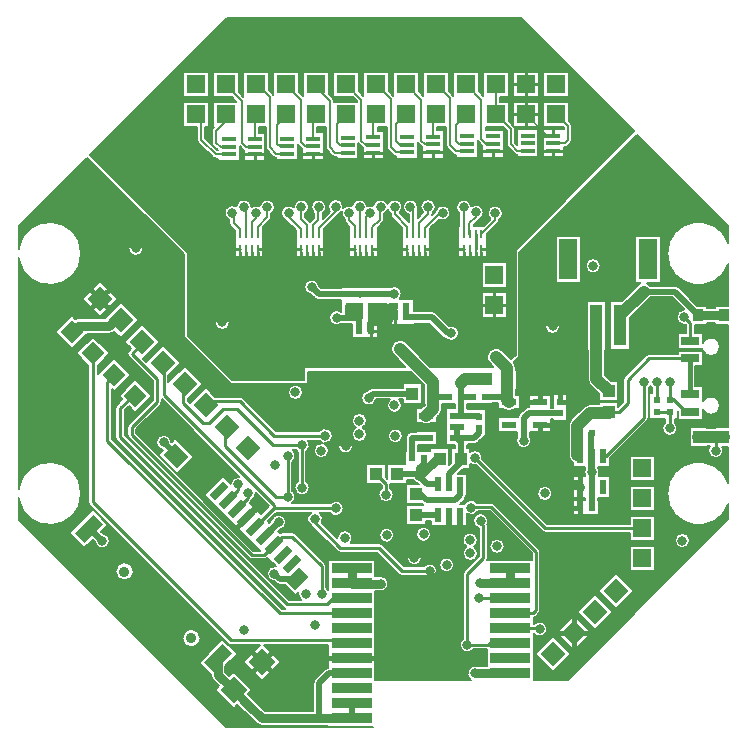
<source format=gbr>
%FSLAX25Y25*%
%MOIN*%
G04 EasyPC Gerber Version 18.0.8 Build 3632 *
%ADD18R,0.01000X0.02756*%
%ADD119R,0.02165X0.04724*%
%ADD120R,0.02362X0.04724*%
%ADD17R,0.02400X0.02400*%
%ADD131R,0.03200X0.03900*%
%ADD129R,0.03900X0.13800*%
%ADD88R,0.03937X0.04291*%
%ADD80R,0.03940X0.04330*%
%ADD128R,0.05900X0.13400*%
%ADD16R,0.04600X0.01800*%
%ADD12R,0.06000X0.06000*%
%ADD10C,0.00500*%
%ADD70C,0.00800*%
%ADD11C,0.01000*%
%AMT126*0 Rectangle Pad at angle 45*21,1,0.05500,0.06300,0,0,45*%
%ADD126T126*%
%AMT13*0 Rectangle Pad at angle 45*21,1,0.06000,0.06000,0,0,45*%
%ADD13T13*%
%ADD75C,0.01500*%
%ADD19C,0.02000*%
%ADD71C,0.03000*%
%ADD14C,0.03200*%
%ADD118R,0.04724X0.02362*%
%ADD15R,0.02400X0.02400*%
%ADD130R,0.05900X0.02800*%
%AMT122*0 Rectangle Pad at angle 45*21,1,0.06300,0.06300,0,0,45*%
%ADD122T122*%
%ADD87C,0.03600*%
%ADD89C,0.04000*%
%ADD123R,0.13200X0.03200*%
%ADD121R,0.04291X0.03937*%
%ADD81R,0.04330X0.03940*%
%AMT124*0 Rectangle Pad at angle 135*21,1,0.02700,0.06300,0,0,135*%
%ADD124T124*%
%AMT127*0 Rectangle Pad at angle 135*21,1,0.04700,0.06300,0,0,135*%
%ADD127T127*%
%AMT125*0 Rectangle Pad at angle 135*21,1,0.04700,0.08700,0,0,135*%
%ADD125T125*%
%AMT132*0 Rectangle Pad at angle 135*21,1,0.05500,0.05500,0,0,135*%
%ADD132T132*%
X0Y0D02*
D02*
D10*
X25718Y192982D02*
X2850Y170115D01*
Y162496*
G75*
G02X23750Y161050I10400J-1446*
G01*
G75*
G02X2850Y159604I-10500*
G01*
Y82496*
G75*
G02X23750Y81050I10400J-1446*
G01*
G75*
G02X2850Y79604I-10500*
G01*
Y72285*
X72085Y3050*
X120850*
Y3200*
X106100*
Y3600*
X100471*
G75*
G02X99229I-621J2450*
G01*
X83950*
G75*
G02X82218Y4318I0J2450*
G01*
X78387Y8149*
G75*
G02X77658Y8654I1101J2364*
G01*
X75804Y10481*
X74512Y9190*
X68290Y15412*
X69669Y16791*
X67616Y18844*
G75*
G02X66898Y20576I1732J1733*
G01*
Y20645*
X62843Y24700*
X70762Y32620*
X75854Y27529*
X71798Y23473*
Y21591*
X73133Y20256*
X74512Y21635*
X80735Y15412*
X79491Y14169*
X81317Y12370*
G75*
G02X81851Y11613I-1830J-1858*
G01*
X84965Y8500*
X99229*
G75*
G02X100471I621J-2450*
G01*
X101100*
Y17850*
G75*
G02X101671Y19229I1950J0*
G01*
X104871Y22429*
G75*
G02X106100Y22994I1379J-1379*
G01*
Y30443*
X84655*
X90210Y24888*
X83988Y18665*
X77765Y24888*
X83321Y30443*
X73650*
G75*
G02X72513Y30914J1607*
G01*
X26513Y76913*
G75*
G02X26042Y78050I1137J1137*
G01*
Y123702*
X22029Y127715*
X27685Y133371*
X33342Y127715*
X29257Y123629*
Y120800*
X34757Y126300*
X40413Y120643*
X34757Y114987*
X33957Y115786*
Y99316*
X90616Y42658*
X91646*
G75*
G02X91313Y42913I805J1392*
G01*
X35613Y98613*
G75*
G02X35143Y99750I1137J1137*
G01*
Y109550*
G75*
G02X35613Y110687I1607*
G01*
X37335Y112408*
X36171Y113572*
X41828Y119229*
X47484Y113572*
X41828Y107916*
X39608Y110135*
X38357Y108884*
Y100416*
X93116Y45657*
X97059*
G75*
G02X96100Y47650I1591J1993*
G01*
G75*
G02X96103Y47778I2548J2*
G01*
X95228Y46904*
X91522Y50610*
X89940*
G75*
G02X88561Y51181I0J1950*
G01*
X87933Y51809*
G75*
G02X85600Y54350I217J2541*
G01*
G75*
G02X88510Y56874I2550*
G01*
X85789Y59596*
X85717Y59525*
G75*
G02X84692Y59100I-1025J1025*
G01*
X80550*
G75*
G02X79525Y59525J1450*
G01*
X39525Y99525*
G75*
G02X39100Y100550I1025J1025*
G01*
Y103050*
G75*
G02X39525Y104075I1450*
G01*
X47700Y112251*
Y118449*
X39525Y126625*
G75*
G02Y128675I1025J1025*
G01*
X40270Y129420*
X38033Y131657*
X44043Y137667*
X50054Y131657*
X44324Y125927*
X45385Y124866*
X51115Y130596*
X57125Y124585*
X52800Y120261*
Y118139*
X58185Y123525*
X64196Y117515*
X59200Y112519*
Y111851*
X59927Y111124*
X65257Y116454*
X68353Y113357*
X76550*
G75*
G02X77692Y112881J-1607*
G01*
X88620Y101857*
X103070*
G75*
G02X107600Y100250I1980J-1607*
G01*
G75*
G02X104669Y97729I-2550*
G01*
G75*
G02X106300Y95350I-919J-2379*
G01*
G75*
G02X101200I-2550*
G01*
G75*
G02X104131Y97871I2550*
G01*
G75*
G02X103070Y98643I919J2379*
G01*
X99342*
G75*
G02X98800Y94952I-1992J-1593*
G01*
Y85048*
G75*
G02X99900Y82950I-1450J-2098*
G01*
G75*
G02X94800I-2550*
G01*
G75*
G02X95900Y85048I2550*
G01*
Y94952*
G75*
G02X95252Y95600I1450J2098*
G01*
X94193*
G75*
G02X94157Y91670I-1643J-1950*
G01*
Y81930*
G75*
G02X94009Y77859I-1607J-1980*
G01*
X106853*
G75*
G02X111200Y76050I1797J-1809*
G01*
G75*
G02X106522Y74644I-2550*
G01*
X103205*
G75*
G02X104008Y71365I-1455J-2094*
G01*
X109100Y66273*
G75*
G02X114200Y66250I2550J-23*
G01*
G75*
G02X113557Y64557I-2550J0*
G01*
X122850*
G75*
G02X123987Y64087J-1607*
G01*
X131216Y56857*
X137956*
G75*
G02X142400Y55150I1894J-1707*
G01*
G75*
G02X137793Y53643I-2550*
G01*
X130550*
G75*
G02X129413Y54113J1607*
G01*
X122184Y61343*
X110150*
G75*
G02X109013Y61813J1607*
G01*
X100498Y70328*
G75*
G02X99528Y71298I1252J2222*
G01*
X99413Y71413*
G75*
G02X99517Y73782I1137J1137*
G01*
G75*
G02X100295Y74644I2233J-1232*
G01*
X88604*
X85861Y71969*
X86468Y71362*
X87046Y71935*
G75*
G02X92100Y71450I2504J-485*
G01*
G75*
G02X90015Y68943I-2550*
G01*
X89448Y68381*
X89979Y67850*
G75*
G02X90792Y68099I812J-1202*
G01*
X94150*
G75*
G02X95175Y67674I0J-1450*
G01*
X104875Y57975*
G75*
G02X105300Y56950I-1025J-1025*
G01*
Y49748*
G75*
G02X106100Y48850I-1450J-2098*
G01*
Y58901*
X121799*
Y53400*
X122843*
G75*
G02X126100Y50950I707J-2450*
G01*
G75*
G02X122843Y48500I-2550*
G01*
X121799*
Y18850*
X153661*
G75*
G02X155657Y23500I1289J2200*
G01*
X158901*
Y29100*
X154548*
G75*
G02X149900Y30550I-2098J1450*
G01*
G75*
G02X151000Y32648I2550*
G01*
Y54150*
G75*
G02X151425Y55175I1450*
G01*
X156300Y60051*
Y69460*
G75*
G02X154300Y71950I550J2490*
G01*
G75*
G02X159400I2550*
G01*
G75*
G02X159107Y70762I-2550J0*
G01*
G75*
G02X159200Y70250I-1356J-512*
G01*
Y59450*
G75*
G02X159092Y58901I-1450*
G01*
X173900*
Y61049*
X159849Y75100*
X155972*
G75*
G02X152322Y74237I-2222J1250*
G01*
Y70220*
X140177*
Y71743*
X138665*
Y70630*
X131834*
Y77070*
X137777*
G75*
G02X137560Y77260I1274J1678*
G01*
X137190Y77630*
X131834*
Y84070*
X136472*
X136234Y84308*
G75*
G02X134226Y85600I216J2542*
G01*
X132169*
Y84133*
X126800*
Y82748*
G75*
G02X127900Y80650I-1450J-2098*
G01*
G75*
G02X122800I-2550*
G01*
G75*
G02X123900Y82748I2550*
G01*
Y83549*
X123316Y84133*
X118730*
Y90964*
X125169*
Y86382*
X125730Y85821*
Y90964*
X131500*
Y95299*
X131843*
Y99550*
G75*
G02X133950Y101657I2107*
G01*
X135196*
Y101941*
X142421*
Y97078*
X136057*
Y95299*
X140031*
Y96067*
X146470*
Y90708*
X147031Y91255*
Y96067*
X148300*
Y97078*
X145480*
Y109421*
X148300*
Y110901*
X144100*
Y109332*
G75*
G02X143236Y107246I-2950J0*
G01*
X142421Y106431*
Y104559*
X140479*
G75*
G02X137138I-1670J2431*
G01*
X135196*
Y109421*
X137067*
X138200Y110554*
Y110937*
X137929*
Y117199*
X137370Y117758*
Y110937*
X130929*
Y112400*
X129793*
G75*
G02X130700Y110450I-1643J-1950*
G01*
G75*
G02X125600I-2550*
G01*
G75*
G02X126507Y112400I2550*
G01*
X122060*
G75*
G02X117000Y112850I-2510J450*
G01*
G75*
G02X119333Y115391I2550*
G01*
X119671Y115729*
G75*
G02X121050Y116300I1379J-1379*
G01*
X130929*
Y117763*
X137365*
X133678Y121450*
X99250*
Y117550*
X73550*
X57850Y133250*
Y160850*
X25718Y192982*
X21757Y139300D02*
G75*
G02X22650Y139457I893J-2449D01*
G01*
X31692*
X36972Y144738*
X42983Y138728*
X36972Y132717*
X34776Y134913*
G75*
G02X33030Y134243I-1746J1937*
G01*
X25728*
X20615Y129129*
X14958Y134785*
X20615Y140442*
X21757Y139300*
X23891Y145799D02*
X29901Y151809D01*
X35911Y145799*
X29901Y139789*
X23891Y145799*
X27650Y65592D02*
X24800Y62743D01*
X19709Y67834*
X27629Y75754*
X32720Y70662*
X30408Y68350*
X30967Y67791*
G75*
G02X33300Y65250I-217J-2541*
G01*
G75*
G02X28209Y65033I-2550*
G01*
X27650Y65592*
X36008Y57192D02*
G75*
G02X40321Y52879I2157J-2157D01*
G01*
G75*
G02X36008Y57192I-2157J2157*
G01*
X44500Y162750D02*
G75*
G02X39400I-2550D01*
G01*
G75*
G02X44500I2550*
G01*
X58282Y34918D02*
G75*
G02X62595Y30605I2157J-2157D01*
G01*
G75*
G02X58282Y34918I-2157J2157*
G01*
X97700Y114750D02*
G75*
G02X92600I-2550D01*
G01*
G75*
G02X97700I2550*
G01*
X109300Y96850D02*
G75*
G02X114400I2550D01*
G01*
G75*
G02X109300I-2550*
G01*
X115349Y103050D02*
G75*
G02X113900Y105350I1101J2300D01*
G01*
G75*
G02X119000I2550*
G01*
G75*
G02X117551Y103050I-2550*
G01*
G75*
G02X119000Y100750I-1101J-2300*
G01*
G75*
G02X113900I-2550*
G01*
G75*
G02X115349Y103050I2550*
G01*
X123000Y67150D02*
G75*
G02X128100I2550D01*
G01*
G75*
G02X123000I-2550*
G01*
X131000Y100250D02*
G75*
G02X125900I-2550D01*
G01*
G75*
G02X131000I2550*
G01*
X135300Y67450D02*
G75*
G02X140400I2550D01*
G01*
G75*
G02X135300I-2550*
G01*
X137300Y59650D02*
G75*
G02X132200I-2550D01*
G01*
G75*
G02X137300I2550*
G01*
X143000Y57250D02*
G75*
G02X148100I2550D01*
G01*
G75*
G02X143000I-2550*
G01*
X152201Y63273D02*
G75*
G02X150800Y65550I1149J2276D01*
G01*
G75*
G02X155900I2550*
G01*
G75*
G02X154599Y63327I-2550*
G01*
G75*
G02X156000Y61050I-1149J-2277*
G01*
G75*
G02X150900I-2550*
G01*
G75*
G02X152201Y63273I2550*
G01*
X164900Y63450D02*
G75*
G02X159800I-2550D01*
G01*
G75*
G02X164900I2550*
G01*
X2850Y136933D02*
G36*
Y82496D01*
G75*
G02X23750Y81050I10400J-1446*
G01*
G75*
G02X2850Y79604I-10500*
G01*
Y72285*
X5909Y69227*
X21102*
X27629Y75754*
X32720Y70662*
X31285Y69227*
X34200*
X26513Y76913*
G75*
G02X26042Y78050I1137J1137*
G01*
Y123702*
X22029Y127715*
X27685Y133371*
X33342Y127715*
X29257Y123629*
Y120800*
X34757Y126300*
X40413Y120643*
X34757Y114987*
X33957Y115786*
Y99316*
X90616Y42658*
X91646*
G75*
G02X91313Y42913I805J1392*
G01*
X35613Y98613*
G75*
G02X35143Y99750I1137J1137*
G01*
Y109550*
G75*
G02X35613Y110687I1607*
G01*
X37335Y112408*
X36171Y113572*
X41828Y119229*
X47484Y113572*
X41828Y107916*
X39608Y110135*
X38357Y108884*
Y100416*
X93116Y45657*
X97059*
G75*
G02X96100Y47650I1591J1993*
G01*
G75*
G02X96103Y47778I2548J2*
G01*
X95228Y46904*
X91522Y50610*
X89940*
G75*
G02X88561Y51181I0J1950*
G01*
X87933Y51809*
G75*
G02X85600Y54350I217J2541*
G01*
G75*
G02X88510Y56874I2550*
G01*
X85789Y59596*
X85717Y59525*
G75*
G02X84692Y59100I-1025J1025*
G01*
X80550*
G75*
G02X79525Y59525J1450*
G01*
X39525Y99525*
G75*
G02X39100Y100550I1025J1025*
G01*
Y103050*
G75*
G02X39525Y104075I1450*
G01*
X47700Y112251*
Y118449*
X39525Y126625*
G75*
G02Y128675I1025J1025*
G01*
X40270Y129420*
X38033Y131657*
X43309Y136933*
X41188*
X36972Y132717*
X34776Y134913*
G75*
G02X33030Y134243I-1746J1937*
G01*
X25728*
X20615Y129129*
X14958Y134785*
X17106Y136933*
X2850*
G37*
X17106D02*
G36*
X20615Y140442D01*
X21757Y139300*
G75*
G02X22650Y139457I893J-2449*
G01*
X31692*
X36972Y144738*
X42983Y138728*
X41188Y136933*
X43309*
X44043Y137667*
X50054Y131657*
X44324Y125927*
X45385Y124866*
X51115Y130596*
X57125Y124585*
X52800Y120261*
Y118139*
X58185Y123525*
X64196Y117515*
X59200Y112519*
Y111851*
X59927Y111124*
X65257Y116454*
X66960Y114750*
X92600*
G75*
G02X97700I2550*
G01*
X117849*
G75*
G02X119333Y115391I1701J-1900*
G01*
X119671Y115729*
G75*
G02X121050Y116300I1379J-1379*
G01*
X130929*
Y117763*
X137365*
X133678Y121450*
X99250*
Y117550*
X73550*
X57850Y133250*
Y145799*
X35911*
X29901Y139789*
X23891Y145799*
X2850*
Y136933*
X17106*
G37*
X23891Y145799D02*
G36*
X29901Y151809D01*
X35911Y145799*
X57850*
Y160850*
X55950Y162750*
X44500*
G75*
G02X39400I-2550*
G01*
X23611*
G75*
G02X23750Y161050I-10362J-1700*
G01*
G75*
G02X2850Y159604I-10500*
G01*
Y145799*
X23891*
G37*
X5909Y69227D02*
G36*
X11685Y63450D01*
X24093*
X19709Y67834*
X21102Y69227*
X5909*
G37*
X31285D02*
G36*
X30408Y68350D01*
X30967Y67791*
G75*
G02X33300Y65250I-217J-2541*
G01*
G75*
G02X32556Y63450I-2550*
G01*
X39976*
X34200Y69227*
X31285*
G37*
X106147D02*
G36*
X109100Y66273D01*
G75*
G02X114200Y66250I2550J-23*
G01*
G75*
G02X113557Y64557I-2550J0*
G01*
X122850*
G75*
G02X123987Y64087J-1607*
G01*
X124623Y63450*
X151903*
G75*
G02X150800Y65550I1447J2100*
G01*
G75*
G02X155900I2550*
G01*
G75*
G02X154796Y63450I-2550*
G01*
X156300*
Y69227*
X139679*
G75*
G02X140400Y67450I-1829J-1777*
G01*
G75*
G02X135300I-2550*
G01*
G75*
G02X136021Y69227I2550*
G01*
X127030*
G75*
G02X128100Y67150I-1480J-2077*
G01*
G75*
G02X123000I-2550*
G01*
G75*
G02X124070Y69227I2550*
G01*
X106147*
G37*
X124070D02*
G36*
G75*
G02X127030I1480J-2077D01*
G01*
X136021*
G75*
G02X139679I1829J-1777*
G01*
X156300*
Y69460*
G75*
G02X154300Y71950I550J2490*
G01*
G75*
G02X159400I2550*
G01*
G75*
G02X159107Y70762I-2550J0*
G01*
G75*
G02X159200Y70250I-1356J-512*
G01*
Y63450*
X159800*
G75*
G02X164900I2550*
G01*
X171499*
X159849Y75100*
X155972*
G75*
G02X152322Y74237I-2222J1250*
G01*
Y70220*
X140177*
Y71743*
X138665*
Y70630*
X131834*
Y77070*
X137777*
G75*
G02X137560Y77260I1274J1678*
G01*
X137190Y77630*
X131834*
Y84070*
X136472*
X136234Y84308*
G75*
G02X134226Y85600I216J2542*
G01*
X132169*
Y84133*
X126800*
Y82748*
G75*
G02X127900Y80650I-1450J-2098*
G01*
G75*
G02X122800I-2550*
G01*
G75*
G02X123900Y82748I2550*
G01*
Y83549*
X123316Y84133*
X118730*
Y90964*
X125169*
Y86382*
X125730Y85821*
Y90964*
X131500*
Y95299*
X131843*
Y96850*
X114400*
G75*
G02X109300I-2550*
G01*
X105812*
G75*
G02X106300Y95350I-2062J-1500*
G01*
G75*
G02X101200I-2550*
G01*
G75*
G02X104131Y97871I2550*
G01*
G75*
G02X103070Y98643I919J2379*
G01*
X99342*
G75*
G02X98800Y94952I-1992J-1593*
G01*
Y85048*
G75*
G02X99900Y82950I-1450J-2098*
G01*
G75*
G02X94800I-2550*
G01*
G75*
G02X95900Y85048I2550*
G01*
Y94952*
G75*
G02X95252Y95600I1450J2098*
G01*
X94193*
G75*
G02X94157Y91670I-1643J-1950*
G01*
Y81930*
G75*
G02X94009Y77859I-1607J-1980*
G01*
X106853*
G75*
G02X111200Y76050I1797J-1809*
G01*
G75*
G02X106522Y74644I-2550*
G01*
X103205*
G75*
G02X104008Y71365I-1455J-2094*
G01*
X106147Y69227*
X124070*
G37*
X20100Y55035D02*
G36*
X42374Y32761D01*
X57389*
G75*
G02X58282Y34918I3050*
G01*
G75*
G02X63489Y32761I2157J-2157*
G01*
X70666*
X48391Y55035*
X41215*
G75*
G02X40321Y52879I-3050*
G01*
G75*
G02X35115Y55035I-2157J2157*
G01*
X20100*
G37*
X35115D02*
G36*
G75*
G02X36008Y57192I3050D01*
G01*
G75*
G02X41215Y55035I2157J-2157*
G01*
X48391*
X39976Y63450*
X32556*
G75*
G02X28209Y65033I-1806J1800*
G01*
X27650Y65592*
X24800Y62743*
X24093Y63450*
X11685*
X20100Y55035*
X35115*
G37*
X142397D02*
G36*
G75*
G02X137793Y53643I-2547J115D01*
G01*
X130550*
G75*
G02X129413Y54113J1607*
G01*
X122184Y61343*
X110150*
G75*
G02X109013Y61813J1607*
G01*
X100498Y70328*
G75*
G02X99528Y71298I1252J2222*
G01*
X99413Y71413*
G75*
G02X99517Y73782I1137J1137*
G01*
G75*
G02X100295Y74644I2233J-1232*
G01*
X88604*
X85861Y71969*
X86468Y71362*
X87046Y71935*
G75*
G02X92100Y71450I2504J-485*
G01*
G75*
G02X90015Y68943I-2550*
G01*
X89448Y68381*
X89979Y67850*
G75*
G02X90792Y68099I812J-1202*
G01*
X94150*
G75*
G02X95175Y67674I0J-1450*
G01*
X104875Y57975*
G75*
G02X105300Y56950I-1025J-1025*
G01*
Y49748*
G75*
G02X106100Y48850I-1450J-2098*
G01*
Y58901*
X121799*
Y53400*
X122843*
G75*
G02X126100Y50950I707J-2450*
G01*
G75*
G02X122843Y48500I-2550*
G01*
X121799*
Y18850*
X153661*
G75*
G02X155657Y23500I1289J2200*
G01*
X158901*
Y29100*
X154548*
G75*
G02X149900Y30550I-2098J1450*
G01*
G75*
G02X151000Y32648I2550*
G01*
Y54150*
G75*
G02X151302Y55035I1450J0*
G01*
X146814*
G75*
G02X144286I-1264J2215*
G01*
X142397*
G37*
X144286D02*
G36*
G75*
G02X143000Y57250I1264J2215D01*
G01*
G75*
G02X144688Y59650I2550*
G01*
X137300*
G75*
G02X132200I-2550*
G01*
X128423*
X131216Y56857*
X137956*
G75*
G02X142400Y55150I1894J-1707*
G01*
G75*
G02X142397Y55035I-2550J4*
G01*
X144286*
G37*
X151302D02*
G36*
G75*
G02X151425Y55175I1148J-885D01*
G01*
X155899Y59650*
X155581*
G75*
G02X151319I-2131J1400*
G01*
X146412*
G75*
G02X148100Y57250I-862J-2400*
G01*
G75*
G02X146814Y55035I-2550*
G01*
X151302*
G37*
X39400Y162750D02*
G36*
G75*
G02X44500I2550D01*
G01*
X55950*
X25718Y192982*
X2850Y170115*
Y162496*
G75*
G02X23611Y162750I10400J-1446*
G01*
X39400*
G37*
X42374Y32761D02*
G36*
X72085Y3050D01*
X120850*
Y3200*
X106100*
Y3600*
X100471*
G75*
G02X99229I-621J2450*
G01*
X83950*
G75*
G02X82218Y4318I0J2450*
G01*
X78387Y8149*
G75*
G02X77658Y8654I1101J2364*
G01*
X75804Y10481*
X74512Y9190*
X68290Y15412*
X69669Y16791*
X67616Y18844*
G75*
G02X66898Y20576I1732J1733*
G01*
Y20645*
X62843Y24700*
X70762Y32620*
X75854Y27529*
X71798Y23473*
Y21591*
X73133Y20256*
X74512Y21635*
X80735Y15412*
X79491Y14169*
X81317Y12370*
G75*
G02X81851Y11613I-1830J-1858*
G01*
X84965Y8500*
X99229*
G75*
G02X100471I621J-2450*
G01*
X101100*
Y17850*
G75*
G02X101671Y19229I1950J0*
G01*
X104871Y22429*
G75*
G02X106100Y22994I1379J-1379*
G01*
Y30443*
X84655*
X90210Y24888*
X83988Y18665*
X77765Y24888*
X83321Y30443*
X73650*
G75*
G02X72513Y30914J1607*
G01*
X70666Y32761*
X63489*
G75*
G02X62595Y30605I-3050*
G01*
G75*
G02X57389Y32761I-2157J2157*
G01*
X42374*
G37*
X66960Y114750D02*
G36*
X68353Y113357D01*
X76550*
G75*
G02X77692Y112881J-1607*
G01*
X87438Y103050*
X115349*
G75*
G02X113900Y105350I1101J2300*
G01*
G75*
G02X119000I2550*
G01*
G75*
G02X117551Y103050I-2550*
G01*
X145480*
Y109421*
X148300*
Y110901*
X144100*
Y109332*
G75*
G02X143236Y107246I-2950J0*
G01*
X142421Y106431*
Y104559*
X140479*
G75*
G02X137138I-1670J2431*
G01*
X135196*
Y109421*
X137067*
X138200Y110554*
Y110937*
X137929*
Y117199*
X137370Y117758*
Y110937*
X130929*
Y112400*
X129793*
G75*
G02X130700Y110450I-1643J-1950*
G01*
G75*
G02X125600I-2550*
G01*
G75*
G02X126507Y112400I2550*
G01*
X122060*
G75*
G02X117000Y112850I-2510J450*
G01*
G75*
G02X117849Y114750I2550J0*
G01*
X97700*
G75*
G02X92600I-2550*
G01*
X66960*
G37*
X109300Y96850D02*
G36*
G75*
G02X114400I2550D01*
G01*
X131843*
Y99550*
G75*
G02X131962Y100250I2107*
G01*
X131000*
G75*
G02X125900I-2550*
G01*
X118950*
G75*
G02X113950I-2500J500*
G01*
X107600*
G75*
G02X104669Y97729I-2550*
G01*
G75*
G02X105812Y96850I-920J-2379*
G01*
X109300*
G37*
X87438Y103050D02*
G36*
X88620Y101857D01*
X103070*
G75*
G02X107600Y100250I1980J-1607*
G01*
X113950*
G75*
G02X113900Y100750I2500J500*
G01*
G75*
G02X115349Y103050I2550*
G01*
X87438*
G37*
X117551D02*
G36*
G75*
G02X119000Y100750I-1101J-2300D01*
G01*
G75*
G02X118950Y100250I-2550J0*
G01*
X125900*
G75*
G02X131000I2550*
G01*
X131962*
G75*
G02X133950Y101657I1988J-700*
G01*
X135196*
Y101941*
X142421*
Y97078*
X136057*
Y95299*
X140031*
Y96067*
X146470*
Y90708*
X147031Y91255*
Y96067*
X148300*
Y97078*
X145480*
Y103050*
X117551*
G37*
X132200Y59650D02*
G36*
G75*
G02X137300I2550D01*
G01*
X144688*
G75*
G02X146412I862J-2400*
G01*
X151319*
G75*
G02X150900Y61050I2131J1400*
G01*
G75*
G02X152201Y63273I2550*
G01*
G75*
G02X151903Y63450I1149J2276*
G01*
X124623*
X128423Y59650*
X132200*
G37*
X155899D02*
G36*
X156300Y60051D01*
Y63450*
X154796*
G75*
G02X154599Y63327I-1446J2100*
G01*
G75*
G02X156000Y61050I-1149J-2277*
G01*
G75*
G02X155581Y59650I-2550J0*
G01*
X155899*
G37*
X159200Y63450D02*
G36*
Y59450D01*
G75*
G02X159092Y58901I-1450*
G01*
X173900*
Y61049*
X171499Y63450*
X164900*
G75*
G02X159800I-2550*
G01*
X159200*
G37*
X26718Y193982D02*
X59350Y161350D01*
Y133452*
X74048Y118753*
X98047*
Y121450*
G75*
G02X98150Y121937I1203*
G01*
Y123350*
X131778*
X127864Y127264*
G75*
G02X132036Y131436I2086J2086*
G01*
X140122Y123350*
X161078*
X159864Y124564*
G75*
G02X164036Y128736I2086J2086*
G01*
X167036Y125736*
X168547Y127247*
Y161250*
G75*
G02X168550Y161337I1203*
G01*
Y162350*
X207932Y201732*
X170215Y239450*
X72185*
X26718Y193982*
X62400Y203200D02*
X57800D01*
Y211700*
X66300*
Y203200*
X65100*
Y199409*
X69109Y195400*
X69168*
X67684Y196884*
G75*
G02X67243Y197950I1066J1066*
G01*
Y201850*
G75*
G02X67668Y202900I1507J0*
G01*
X67959Y203200*
X67800*
Y211700*
X75491*
X73991Y213200*
X67800*
Y221700*
X76300*
Y214709*
X77800Y213209*
Y221700*
X86300*
Y215509*
X87505Y214305*
G75*
G02X87800Y213860I-955J-954*
G01*
Y221700*
X96300*
Y214909*
X97800Y213409*
Y221700*
X106300*
Y214109*
X107505Y212905*
G75*
G02X107900Y211950I-955J-954*
G01*
Y211700*
X115800*
Y211791*
X114391Y213200*
X107800*
Y221700*
X116300*
Y215109*
X117800Y213609*
Y221700*
X126300*
Y215109*
X127800Y213609*
Y221700*
X136300*
Y215109*
X137800Y213609*
Y221700*
X146300*
Y215109*
X147705Y213705*
G75*
G02X147800Y213598I-957J-954*
G01*
Y221700*
X156300*
Y215109*
X157800Y213609*
Y221700*
X166300*
Y213200*
X163400*
Y211700*
X166300*
Y205109*
X167800Y203609*
Y211700*
X176300*
Y203200*
X168133*
G75*
G02X168300Y202550I-1183J-650*
G01*
Y198009*
X169000Y197309*
Y202400*
X176100*
Y193100*
X169000*
Y193908*
G75*
G02X168195Y194295I150J1342*
G01*
X165995Y196495*
G75*
G02X165600Y197450I955J954*
G01*
Y201991*
X164391Y203200*
X158500*
Y202318*
X164500*
Y192900*
X157400*
Y196891*
X156195Y198095*
G75*
G02X155900Y198540I955J954*
G01*
Y192900*
X148800*
Y193700*
X148750*
G75*
G02X147795Y194095I0J1350*
G01*
X145795Y196095*
G75*
G02X145400Y197050I955J954*
G01*
Y203200*
X142300*
Y202118*
X144500*
Y192700*
X137400*
Y196315*
G75*
G02X137236Y196454I791J1095*
G01*
X136195Y197495*
G75*
G02X135900Y197940I955J954*
G01*
Y192700*
X128800*
Y193500*
X128550*
G75*
G02X127595Y193895I0J1350*
G01*
X125995Y195495*
G75*
G02X125600Y196450I955J954*
G01*
Y203200*
X122500*
Y201918*
X124700*
Y192500*
X117600*
Y196291*
X116195Y197695*
G75*
G02X116100Y197802I957J954*
G01*
Y192500*
X109000*
Y193300*
X108350*
G75*
G02X107395Y193695I0J1350*
G01*
X105595Y195495*
G75*
G02X105200Y196450I955J954*
G01*
Y203200*
X102300*
Y201518*
X104500*
Y192100*
X97400*
Y195891*
X95995Y197295*
G75*
G02X95900Y197402I957J954*
G01*
Y192100*
X88800*
Y192900*
X88750*
G75*
G02X87795Y193295I0J1350*
G01*
X85595Y195495*
G75*
G02X85200Y196450I955J954*
G01*
Y203200*
X82900*
Y201318*
X85100*
Y191900*
X78000*
Y195376*
G75*
G02X77595Y195654I550J1233*
G01*
X76500Y196750*
Y191900*
X69400*
Y192700*
X68550*
G75*
G02X67595Y193095I0J1350*
G01*
X62795Y197895*
G75*
G02X62400Y198850I955J954*
G01*
Y203200*
X66300Y221700D02*
Y213200D01*
X57800*
Y221700*
X66300*
X73048Y172205D02*
G75*
G02X71500Y174550I1002J2345D01*
G01*
G75*
G02X75405Y176710I2550*
G01*
G75*
G02X80500Y176575I2545J-160*
G01*
G75*
G02X83214Y176819I1550J-2025*
G01*
G75*
G02X88300Y176550I2536J-269*
G01*
G75*
G02X87100Y174387I-2550*
G01*
Y173150*
G75*
G02X86705Y172195I-1350J0*
G01*
X84300Y169791*
Y159822*
X74894*
Y168670*
X73488Y170080*
G75*
G02X73048Y171144I1067J1065*
G01*
Y172205*
X73300Y138050D02*
G75*
G02X68200I-2550D01*
G01*
G75*
G02X73300I2550*
G01*
X91702Y172273D02*
G75*
G02X90300Y174550I1148J2277D01*
G01*
G75*
G02X94604Y176400I2550*
G01*
G75*
G02X94600Y176550I2548J149*
G01*
G75*
G02X99700I2550*
G01*
G75*
G02X98457Y174361I-2550*
G01*
Y173267*
X99997Y171699*
X101243Y172967*
Y174570*
G75*
G02X100300Y176550I1607J1980*
G01*
G75*
G02X105400I2550*
G01*
G75*
G02X104257Y174424I-2550*
G01*
Y172667*
X106599Y175008*
G75*
G02X106000Y176650I1951J1642*
G01*
G75*
G02X111100I2550*
G01*
G75*
G02X111046Y176126I-2550*
G01*
G75*
G02X114025Y176906I2004J-1576*
G01*
G75*
G02X119075I2525J-356*
G01*
G75*
G02X121025I975J-2357*
G01*
G75*
G02X125900Y177540I2525J-356*
G01*
G75*
G02X130800Y176550I2350J-990*
G01*
G75*
G02X129914Y174617I-2550*
G01*
X132906Y171622*
Y174059*
G75*
G02X130900Y176550I544J2491*
G01*
G75*
G02X136000I2550*
G01*
G75*
G02X135859Y175713I-2550J0*
G01*
G75*
G02X135920Y175287I-1446J-426*
G01*
Y172927*
X137689Y174715*
G75*
G02X136800Y176650I1661J1935*
G01*
G75*
G02X141900I2550*
G01*
G75*
G02X140857Y174593I-2550*
G01*
Y174250*
G75*
G02X140824Y173933I-1507J1*
G01*
X141611Y174720*
G75*
G02X141800Y175257I1339J-170*
G01*
G75*
G02X146800Y174550I2450J-707*
G01*
G75*
G02X143024Y172314I-2550*
G01*
X140100Y169391*
Y159822*
X130694*
Y169569*
X127283Y172985*
G75*
G02X126843Y174050I1067J1065*
G01*
Y174424*
G75*
G02X125900Y175560I1408J2126*
G01*
G75*
G02X124700Y174274I-2350J990*
G01*
Y172350*
G75*
G02X124305Y171395I-1350J0*
G01*
X122500Y169591*
Y159822*
X113094*
Y169970*
X111982Y171086*
G75*
G02X111543Y172150I1067J1064*
G01*
Y172493*
G75*
G02X110554Y175074I1508J2057*
G01*
G75*
G02X109726Y174387I-2005J1576*
G01*
G75*
G02X109505Y174095I-1176J663*
G01*
X104700Y169291*
Y159822*
X95294*
Y168752*
X91796Y172172*
G75*
G02X91702Y172273I1055J1075*
G01*
X100333Y147309D02*
G75*
G02X98000Y149850I217J2541D01*
G01*
G75*
G02X103091Y150067I2550*
G01*
X103758Y149400*
X110400*
Y149900*
X126700*
Y149813*
G75*
G02X129994Y146000I1350J-2163*
G01*
X134600*
Y141857*
X140550*
G75*
G02X142026Y141254J-2108*
G01*
X146456Y136907*
G75*
G02X149703Y134450I694J-2457*
G01*
G75*
G02X145685Y132359I-2553*
G01*
G75*
G02X144474Y132946I265J2091*
G01*
X139689Y137643*
X134600*
Y137300*
X125800*
Y141100*
X122800*
Y132900*
X114000*
Y137700*
X113518*
G75*
G02X111182I-1168J1950*
G01*
X110530*
G75*
G02X106337Y139650I-1643J1950*
G01*
G75*
G02X110400Y141702I2550*
G01*
Y145500*
X102950*
G75*
G02X101571Y146071I0J1950*
G01*
X100333Y147309*
X149494Y159822D02*
Y170196D01*
X149737*
Y174497*
G75*
G02X148700Y176550I1513J2053*
G01*
G75*
G02X153791Y176768I2550*
G01*
G75*
G02X157900Y174750I1559J-2018*
G01*
G75*
G02X156631Y172545I-2550*
G01*
G75*
G02X156332Y172100I-1381J606*
G01*
X154720Y170439*
Y170196*
X157869*
X160199Y172526*
G75*
G02X159200Y174550I1551J2024*
G01*
G75*
G02X164300I2550*
G01*
G75*
G02X163100Y172387I-2550*
G01*
Y172168*
G75*
G02X162705Y171213I-1350J0*
G01*
X158900Y167409*
Y159822*
X149494*
X165700Y139600D02*
X157200D01*
Y148100*
X165700*
Y139600*
Y149600D02*
X157200D01*
Y158100*
X165700*
Y149600*
X176300Y221700D02*
Y213200D01*
X167800*
Y221700*
X176300*
X177600Y193100D02*
Y202518D01*
X184600*
Y202991*
X184391Y203200*
X177800*
Y211700*
X186300*
Y205109*
X186905Y204505*
G75*
G02X187300Y203550I-955J-954*
G01*
Y198850*
G75*
G02X186905Y197895I-1350J0*
G01*
X185864Y196854*
G75*
G02X184909Y196459I-954J955*
G01*
X184700*
Y193100*
X177600*
X186300Y221700D02*
Y213200D01*
X177800*
Y221700*
X186300*
X39535Y206800D02*
G36*
X26718Y193982D01*
X51239Y169461*
X74106*
X73488Y170080*
G75*
G02X73048Y171144I1067J1065*
G01*
Y172205*
G75*
G02X71500Y174550I1002J2345*
G01*
G75*
G02X75405Y176710I2550*
G01*
G75*
G02X80500Y176575I2545J-160*
G01*
G75*
G02X83214Y176819I1550J-2025*
G01*
G75*
G02X88300Y176550I2536J-269*
G01*
G75*
G02X87100Y174387I-2550*
G01*
Y173150*
G75*
G02X86705Y172195I-1350J0*
G01*
X84300Y169791*
Y169461*
X94570*
X91796Y172172*
G75*
G02X91702Y172273I1055J1075*
G01*
G75*
G02X90300Y174550I1148J2277*
G01*
G75*
G02X94604Y176400I2550*
G01*
G75*
G02X94600Y176550I2548J149*
G01*
G75*
G02X99700I2550*
G01*
G75*
G02X98457Y174361I-2550*
G01*
Y173267*
X99997Y171699*
X101243Y172967*
Y174570*
G75*
G02X100300Y176550I1607J1980*
G01*
G75*
G02X105400I2550*
G01*
G75*
G02X104257Y174424I-2550*
G01*
Y172667*
X106599Y175008*
G75*
G02X106000Y176650I1951J1642*
G01*
G75*
G02X111100I2550*
G01*
G75*
G02X111046Y176126I-2550*
G01*
G75*
G02X114025Y176906I2004J-1576*
G01*
G75*
G02X119075I2525J-356*
G01*
G75*
G02X121025I975J-2357*
G01*
G75*
G02X125900Y177540I2525J-356*
G01*
G75*
G02X130800Y176550I2350J-990*
G01*
G75*
G02X129914Y174617I-2550*
G01*
X132906Y171622*
Y174059*
G75*
G02X130900Y176550I544J2491*
G01*
G75*
G02X136000I2550*
G01*
G75*
G02X135859Y175713I-2550J0*
G01*
G75*
G02X135920Y175287I-1446J-426*
G01*
Y172927*
X137689Y174715*
G75*
G02X136800Y176650I1661J1935*
G01*
G75*
G02X141900I2550*
G01*
G75*
G02X140857Y174593I-2550*
G01*
Y174250*
G75*
G02X140824Y173933I-1507J1*
G01*
X141611Y174720*
G75*
G02X141800Y175257I1339J-170*
G01*
G75*
G02X146800Y174550I2450J-707*
G01*
G75*
G02X143024Y172314I-2550*
G01*
X140170Y169461*
X149494*
Y170196*
X149737*
Y174497*
G75*
G02X148700Y176550I1513J2053*
G01*
G75*
G02X153791Y176768I2550*
G01*
G75*
G02X157900Y174750I1559J-2018*
G01*
G75*
G02X156631Y172545I-2550*
G01*
G75*
G02X156332Y172100I-1381J606*
G01*
X154720Y170439*
Y170196*
X157869*
X160199Y172526*
G75*
G02X159200Y174550I1551J2024*
G01*
G75*
G02X164300I2550*
G01*
G75*
G02X163100Y172387I-2550*
G01*
Y172168*
G75*
G02X162705Y171213I-1350J0*
G01*
X160952Y169461*
X175661*
X207932Y201732*
X202865Y206800*
X186300*
Y205109*
X186905Y204505*
G75*
G02X187300Y203550I-955J-954*
G01*
Y198850*
G75*
G02X186905Y197895I-1350J0*
G01*
X185864Y196854*
G75*
G02X184909Y196459I-954J955*
G01*
X184700*
Y193100*
X177600*
Y202518*
X184600*
Y202991*
X184391Y203200*
X177800*
Y206800*
X176300*
Y203200*
X168133*
G75*
G02X168300Y202550I-1183J-650*
G01*
Y198009*
X169000Y197309*
Y202400*
X176100*
Y193100*
X169000*
Y193908*
G75*
G02X168195Y194295I150J1342*
G01*
X165995Y196495*
G75*
G02X165600Y197450I955J954*
G01*
Y201991*
X164391Y203200*
X158500*
Y202318*
X164500*
Y192900*
X157400*
Y196891*
X156195Y198095*
G75*
G02X155900Y198540I955J954*
G01*
Y192900*
X148800*
Y193700*
X148750*
G75*
G02X147795Y194095I0J1350*
G01*
X145795Y196095*
G75*
G02X145400Y197050I955J954*
G01*
Y203200*
X142300*
Y202118*
X144500*
Y192700*
X137400*
Y196315*
G75*
G02X137236Y196454I791J1095*
G01*
X136195Y197495*
G75*
G02X135900Y197940I955J954*
G01*
Y192700*
X128800*
Y193500*
X128550*
G75*
G02X127595Y193895I0J1350*
G01*
X125995Y195495*
G75*
G02X125600Y196450I955J954*
G01*
Y203200*
X122500*
Y201918*
X124700*
Y192500*
X117600*
Y196291*
X116195Y197695*
G75*
G02X116100Y197802I957J954*
G01*
Y192500*
X109000*
Y193300*
X108350*
G75*
G02X107395Y193695I0J1350*
G01*
X105595Y195495*
G75*
G02X105200Y196450I955J954*
G01*
Y203200*
X102300*
Y201518*
X104500*
Y192100*
X97400*
Y195891*
X95995Y197295*
G75*
G02X95900Y197402I957J954*
G01*
Y192100*
X88800*
Y192900*
X88750*
G75*
G02X87795Y193295I0J1350*
G01*
X85595Y195495*
G75*
G02X85200Y196450I955J954*
G01*
Y203200*
X82900*
Y201318*
X85100*
Y191900*
X78000*
Y195376*
G75*
G02X77595Y195654I550J1233*
G01*
X76500Y196750*
Y191900*
X69400*
Y192700*
X68550*
G75*
G02X67595Y193095I0J1350*
G01*
X62795Y197895*
G75*
G02X62400Y198850I955J954*
G01*
Y203200*
X57800*
Y206800*
X39535*
G37*
X57800D02*
G36*
Y211700D01*
X66300*
Y203200*
X65100*
Y199409*
X69109Y195400*
X69168*
X67684Y196884*
G75*
G02X67243Y197950I1066J1066*
G01*
Y201850*
G75*
G02X67668Y202900I1507J0*
G01*
X67959Y203200*
X67800*
Y211700*
X75491*
X73991Y213200*
X67800*
Y217450*
X66300*
Y213200*
X57800*
Y217450*
X50185*
X39535Y206800*
X57800*
G37*
X177800D02*
G36*
Y211700D01*
X186300*
Y206800*
X202865*
X192215Y217450*
X186300*
Y213200*
X177800*
Y217450*
X176300*
Y213200*
X167800*
Y217450*
X166300*
Y213200*
X163400*
Y211700*
X166300*
Y205109*
X167800Y203609*
Y211700*
X176300*
Y206800*
X177800*
G37*
X57800Y217450D02*
G36*
Y221700D01*
X66300*
Y217450*
X67800*
Y221700*
X76300*
Y214709*
X77800Y213209*
Y221700*
X86300*
Y215509*
X87505Y214305*
G75*
G02X87800Y213860I-955J-954*
G01*
Y221700*
X96300*
Y214909*
X97800Y213409*
Y221700*
X106300*
Y214109*
X107505Y212905*
G75*
G02X107900Y211950I-955J-954*
G01*
Y211700*
X115800*
Y211791*
X114391Y213200*
X107800*
Y221700*
X116300*
Y215109*
X117800Y213609*
Y221700*
X126300*
Y215109*
X127800Y213609*
Y221700*
X136300*
Y215109*
X137800Y213609*
Y221700*
X146300*
Y215109*
X147705Y213705*
G75*
G02X147800Y213598I-957J-954*
G01*
Y221700*
X156300*
Y215109*
X157800Y213609*
Y221700*
X166300*
Y217450*
X167800*
Y221700*
X176300*
Y217450*
X177800*
Y221700*
X186300*
Y217450*
X192215*
X170215Y239450*
X72185*
X50185Y217450*
X57800*
G37*
X51239Y169461D02*
G36*
X59350Y161350D01*
Y153850*
X157200*
Y158100*
X165700*
Y153850*
X168547*
Y161250*
G75*
G02X168550Y161337I1203*
G01*
Y162350*
X175661Y169461*
X160952*
X158900Y167409*
Y159822*
X149494*
Y169461*
X140170*
X140100Y169391*
Y159822*
X130694*
Y169569*
X127283Y172985*
G75*
G02X126843Y174050I1067J1065*
G01*
Y174424*
G75*
G02X125900Y175560I1408J2126*
G01*
G75*
G02X124700Y174274I-2350J990*
G01*
Y172350*
G75*
G02X124305Y171395I-1350J0*
G01*
X122500Y169591*
Y159822*
X113094*
Y169970*
X111982Y171086*
G75*
G02X111543Y172150I1067J1064*
G01*
Y172493*
G75*
G02X110554Y175074I1508J2057*
G01*
G75*
G02X109726Y174387I-2005J1576*
G01*
G75*
G02X109505Y174095I-1176J663*
G01*
X104700Y169291*
Y159822*
X95294*
Y168752*
X94570Y169461*
X84300*
Y159822*
X74894*
Y168670*
X74106Y169461*
X51239*
G37*
X59350Y138050D02*
G36*
Y133452D01*
X74048Y118753*
X98047*
Y121450*
G75*
G02X98150Y121937I1203*
G01*
Y123350*
X131778*
X127864Y127264*
G75*
G02X132036Y131436I2086J2086*
G01*
X140122Y123350*
X161078*
X159864Y124564*
G75*
G02X164036Y128736I2086J2086*
G01*
X167036Y125736*
X168547Y127247*
Y138050*
X145291*
X146456Y136907*
G75*
G02X149703Y134450I694J-2457*
G01*
G75*
G02X145685Y132359I-2553*
G01*
G75*
G02X144474Y132946I265J2091*
G01*
X139689Y137643*
X134600*
Y137300*
X125800*
Y141100*
X122800*
Y132900*
X114000*
Y137700*
X113518*
G75*
G02X111182I-1168J1950*
G01*
X110530*
G75*
G02X106901Y138050I-1643J1950*
G01*
X73300*
G75*
G02X68200I-2550*
G01*
X59350*
G37*
X68200D02*
G36*
G75*
G02X73300I2550D01*
G01*
X106901*
G75*
G02X106337Y139650I1986J1600*
G01*
G75*
G02X110400Y141702I2550*
G01*
Y143850*
X59350*
Y138050*
X68200*
G37*
X168547D02*
G36*
Y143850D01*
X165700*
Y139600*
X157200*
Y143850*
X134600*
Y141857*
X140550*
G75*
G02X142026Y141254J-2108*
G01*
X145291Y138050*
X168547*
G37*
X110400Y143850D02*
G36*
Y145500D01*
X102950*
G75*
G02X101571Y146071I0J1950*
G01*
X100333Y147309*
G75*
G02X98000Y149850I217J2541*
G01*
G75*
G02X103091Y150067I2550*
G01*
X103758Y149400*
X110400*
Y149900*
X126700*
Y149813*
G75*
G02X129994Y146000I1350J-2163*
G01*
X134600*
Y143850*
X157200*
Y148100*
X165700*
Y143850*
X168547*
Y153850*
X165700*
Y149600*
X157200*
Y153850*
X59350*
Y143850*
X110400*
G37*
X50600Y112449D02*
Y111650D01*
G75*
G02X50175Y110625I-1450*
G01*
X42000Y102449*
Y101151*
X81151Y62000*
X83385*
X64681Y80703*
X70904Y86926*
X73514Y84316*
G75*
G02X76487Y86562I2536J-266*
G01*
X50600Y112449*
X51033Y95509D02*
G75*
G02X48700Y98050I217J2541D01*
G01*
G75*
G02X53791Y98267I2550*
G01*
X53876Y98182*
X55135Y99442*
X61358Y93219*
X55701Y87562*
X49478Y93785*
X51118Y95424*
X51033Y95509*
X49070Y94081D02*
G36*
X81151Y62000D01*
X83385*
X64681Y80703*
X70904Y86926*
X73514Y84316*
G75*
G02X76487Y86562I2536J-266*
G01*
X68968Y94081*
X60496*
X61358Y93219*
X55701Y87562*
X49478Y93785*
X49775Y94081*
X49070*
G37*
X49775D02*
G36*
X51118Y95424D01*
X51033Y95509*
G75*
G02X48700Y98050I217J2541*
G01*
G75*
G02X53791Y98267I2550*
G01*
X53876Y98182*
X55135Y99442*
X60496Y94081*
X68968*
X50600Y112449*
Y111650*
G75*
G02X50175Y110625I-1450*
G01*
X42000Y102449*
Y101151*
X49070Y94081*
X49775*
G37*
X79849Y77981D02*
X83587Y74243D01*
X86230Y76820*
X81898Y81152*
G75*
G02X81900Y81050I-2552J-100*
G01*
G75*
G02X80625Y78841I-2550*
G01*
G75*
G02X80375Y78507I-1274J693*
G01*
X79849Y77981*
G36*
X83587Y74243*
X86230Y76820*
X81898Y81152*
G75*
G02X81900Y81050I-2552J-100*
G01*
G75*
G02X80625Y78841I-2550*
G01*
G75*
G02X80375Y78507I-1274J693*
G01*
X79849Y77981*
G37*
X168014Y124714D02*
G75*
G02X168600Y122950I-2364J-1765D01*
G01*
Y122370*
X169047*
Y115933*
X168600*
Y113921*
X169921*
Y109059*
X168010*
G75*
G02X164607I-1702J2431*
G01*
X162696*
Y111300*
X160799*
Y110799*
X152200*
Y109421*
X152704*
Y109098*
X153901*
Y109100*
X158799*
Y100299*
X158231*
G75*
G02X157840Y99760I-1880J952*
G01*
X156140Y98060*
G75*
G02X154650Y97443I-1490J1490*
G01*
X152704*
Y97078*
X152200*
Y96067*
X153470*
Y95027*
G75*
G02X157459Y92492I1480J-2077*
G01*
X179051Y70900*
X206500*
Y73700*
X215000*
Y65200*
X206500*
Y68000*
X178450*
G75*
G02X177425Y68425J1450*
G01*
X155408Y90441*
G75*
G02X153470Y90873I-458J2509*
G01*
Y89236*
X150998*
X149403Y87681*
X152322*
Y80456*
X152157*
G75*
G02X151540Y79023I-2107J57*
G01*
X149961Y77444*
X151447*
G75*
G02X155694Y78000I2303J-1094*
G01*
X160450*
G75*
G02X161475Y77575J-1450*
G01*
X176375Y62675*
G75*
G02X176800Y61650I-1025J-1025*
G01*
Y42150*
G75*
G02X176375Y41125I-1450*
G01*
X175275Y40025*
G75*
G02X174600Y39643I-1025J1025*
G01*
Y37500*
X174606*
G75*
G02X179100Y35850I1944J-1650*
G01*
G75*
G02X174600Y34207I-2550*
G01*
Y18850*
X185915*
X239450Y72385*
Y77552*
G75*
G02X219050Y81050I-9900J3498*
G01*
G75*
G02X239450Y84548I10500*
G01*
Y96649*
X237444*
G75*
G02X237800Y95350I-2194J-1300*
G01*
G75*
G02X232700I-2550*
G01*
G75*
G02X233225Y96900I2550*
G01*
X232299*
Y96649*
X226600*
Y99022*
G75*
G02Y100678I2850J828*
G01*
Y103051*
X232299*
Y102800*
X235000*
Y103051*
X239450*
Y137252*
X235000*
Y138000*
X232299*
Y137252*
X228200*
Y134600*
X230948*
Y131366*
G75*
G02X233650Y133000I2702J-1416*
G01*
G75*
G02Y126900J-3050*
G01*
G75*
G02X230948Y128534J3050*
G01*
Y123401*
X228450*
Y116901*
X230948*
Y111766*
G75*
G02X233650Y113400I2702J-1416*
G01*
G75*
G02Y107300J-3050*
G01*
G75*
G02X230948Y108934J3050*
G01*
Y105700*
X222551*
Y108610*
X222500Y108662*
Y105901*
X221657*
Y104644*
G75*
G02X222500Y102750I-1708J-1894*
G01*
G75*
G02X217400I-2550*
G01*
G75*
G02X218443Y104807I2550*
G01*
Y105901*
X213100*
Y114700*
X214100*
Y116052*
G75*
G02X213400Y116779I1450J2098*
G01*
G75*
G02X212857Y116170I-2150J1371*
G01*
Y106250*
G75*
G02X212385Y105111I-1607*
G01*
X200021Y92789*
Y89980*
X195957*
Y89722*
G75*
G02X196184Y86921I-2007J-1572*
G01*
X200021*
Y79696*
X195957*
Y78801*
X196299*
Y73901*
X187500*
Y78801*
X191743*
Y79696*
X187679*
Y86921*
X191716*
G75*
G02X191644Y89239I2234J1229*
G01*
Y89980*
X187679*
Y91394*
G75*
G02X186199Y93952I1470J2557*
G01*
Y103651*
G75*
G02X187064Y105737I2950J0*
G01*
X191265Y109936*
G75*
G02X193350Y110800I2086J-2086*
G01*
X196330*
Y111547*
X202767*
Y110018*
X204400Y111651*
Y118950*
G75*
G02X204825Y119975I1450*
G01*
X211925Y127075*
G75*
G02X212950Y127500I1025J-1025*
G01*
X222551*
Y128700*
X230868*
G75*
G02X230670Y129299I2782J1249*
G01*
X222551*
Y134600*
X225300*
Y137249*
X225208Y137341*
G75*
G02X222200Y139850I-458J2509*
G01*
G75*
G02X224742Y142400I2550*
G01*
X220742Y146400*
X213487*
G75*
G02X213107Y146035I-2237J1949*
G01*
X206551Y139479*
Y128901*
X200149*
Y145200*
X203928*
X208935Y150207*
G75*
G02X210134Y151100I2315J-1857*
G01*
X208448*
Y167000*
X216850*
Y151100*
X212366*
G75*
G02X213487Y150300I-1116J-2750*
G01*
X221550*
G75*
G02X222929Y149729I0J-1950*
G01*
X229009Y143649*
X232299*
Y142900*
X235000*
Y143649*
X239450*
Y157552*
G75*
G02X219050Y161050I-9900J3498*
G01*
G75*
G02X239450Y164548I10500*
G01*
Y170215*
X209082Y200582*
X169750Y161250*
Y126450*
X168014Y124714*
X169143Y100085D02*
Y101578D01*
X162696*
Y106441*
X169179*
G75*
G02X169760Y107540I2071J-391*
G01*
X171560Y109340*
G75*
G02X172980Y109956I1490J-1490*
G01*
Y113921*
X180204*
Y109700*
X180901*
Y114100*
X185799*
Y105299*
X180901*
Y105800*
X180204*
Y101578*
X173357*
Y100085*
G75*
G02X173800Y98650I-2107J-1435*
G01*
G75*
G02X168700I-2550*
G01*
G75*
G02X169143Y100085I2550*
G01*
X175700Y81050D02*
G75*
G02X180800I2550D01*
G01*
G75*
G02X175700I-2550*
G01*
X180937Y33447D02*
X186947Y27437D01*
X180937Y21426*
X174926Y27437*
X180937Y33447*
X183400Y136750D02*
G75*
G02X178300I-2550D01*
G01*
G75*
G02X183400I2550*
G01*
X188008Y40518D02*
X194018Y34508D01*
X188008Y28498*
X181998Y34508*
X188008Y40518*
X190350Y167000D02*
Y151100D01*
X181948*
Y167000*
X190350*
X191800Y156950D02*
G75*
G02X196900I2550D01*
G01*
G75*
G02X191800I-2550*
G01*
X192500Y128901D02*
X192252D01*
Y145200*
X198649*
Y128901*
X198400*
Y120472*
X200325Y118547*
X202767*
Y111756*
X196330*
Y114198*
X193364Y117164*
G75*
G02X192500Y119250I2086J2086*
G01*
Y128901*
X195079Y47589D02*
X201089Y41579D01*
X195079Y35569*
X189069Y41579*
X195079Y47589*
X202150Y54660D02*
X208160Y48650D01*
X202150Y42640*
X196140Y48650*
X202150Y54660*
X206500Y63700D02*
X215000D01*
Y55200*
X206500*
Y63700*
Y83700D02*
X215000D01*
Y75200*
X206500*
Y83700*
Y93700D02*
X215000D01*
Y85200*
X206500*
Y93700*
X221600Y65350D02*
G75*
G02X226700I2550D01*
G01*
G75*
G02X221600I-2550*
G01*
X158799Y105100D02*
G36*
Y100299D01*
X158231*
G75*
G02X157840Y99760I-1880J952*
G01*
X156140Y98060*
G75*
G02X154650Y97443I-1490J1490*
G01*
X152704*
Y97078*
X152200*
Y96067*
X153470*
Y95027*
G75*
G02X157459Y92492I1480J-2077*
G01*
X168901Y81050*
X175700*
G75*
G02X180800I2550*
G01*
X187679*
Y86921*
X191716*
G75*
G02X191644Y89239I2234J1229*
G01*
Y89980*
X187679*
Y91394*
G75*
G02X186199Y93952I1470J2557*
G01*
Y103651*
G75*
G02X186580Y105100I2950J0*
G01*
X180204*
Y101578*
X173357*
Y100085*
G75*
G02X173800Y98650I-2107J-1435*
G01*
G75*
G02X168700I-2550*
G01*
G75*
G02X169143Y100085I2550*
G01*
Y101578*
X162696*
Y105100*
X158799*
G37*
X162696D02*
G36*
Y106441D01*
X169179*
G75*
G02X169760Y107540I2071J-391*
G01*
X171560Y109340*
G75*
G02X172980Y109956I1490J-1490*
G01*
Y113921*
X180204*
Y109700*
X180901*
Y114100*
X185799*
Y105299*
X180901*
Y105800*
X180204*
Y105100*
X186580*
G75*
G02X187064Y105737I2569J-1449*
G01*
X191265Y109936*
G75*
G02X193350Y110800I2086J-2086*
G01*
X196330*
Y111547*
X202767*
Y110018*
X204400Y111651*
Y118950*
G75*
G02X204825Y119975I1450*
G01*
X211925Y127075*
G75*
G02X212950Y127500I1025J-1025*
G01*
X222551*
Y128700*
X230868*
G75*
G02X230670Y129299I2782J1249*
G01*
X222551*
Y134600*
X225300*
Y137249*
X225208Y137341*
G75*
G02X222200Y139850I-458J2509*
G01*
G75*
G02X224742Y142400I2550*
G01*
X220742Y146400*
X213487*
G75*
G02X213107Y146035I-2237J1949*
G01*
X206551Y139479*
Y128901*
X200149*
Y136750*
X198649*
Y128901*
X198400*
Y120472*
X200325Y118547*
X202767*
Y111756*
X196330*
Y114198*
X193364Y117164*
G75*
G02X192500Y119250I2086J2086*
G01*
Y128901*
X192252*
Y136750*
X183400*
G75*
G02X178300I-2550*
G01*
X169750*
Y126450*
X168014Y124714*
G75*
G02X168600Y122950I-2364J-1765*
G01*
Y122370*
X169047*
Y115933*
X168600*
Y113921*
X169921*
Y109059*
X168010*
G75*
G02X164607I-1702J2431*
G01*
X162696*
Y111300*
X160799*
Y110799*
X152200*
Y109421*
X152704*
Y109098*
X153901Y109100*
X158799*
Y105100*
X162696*
G37*
X168901Y81050D02*
G36*
X179051Y70900D01*
X206500*
Y73700*
X215000*
Y65350*
X221600*
G75*
G02X226700I2550*
G01*
X232415*
X239450Y72385*
Y77552*
G75*
G02X219050Y81050I-9900J3498*
G01*
X215000*
Y75200*
X206500*
Y81050*
X200021*
Y79696*
X195957*
Y78801*
X196299*
Y73901*
X187500*
Y78801*
X191743*
Y79696*
X187679*
Y81050*
X180800*
G75*
G02X175700I-2550*
G01*
X168901*
G37*
X206500D02*
G36*
Y83700D01*
X215000*
Y81050*
X219050*
G75*
G02X223250Y89450I10500*
G01*
X215000*
Y85200*
X206500*
Y89450*
X196144*
G75*
G02X196184Y86921I-2194J-1300*
G01*
X200021*
Y81050*
X206500*
G37*
X174600Y27437D02*
G36*
Y18850D01*
X185915*
X194501Y27437*
X186947*
X180937Y21426*
X174926Y27437*
X174600*
G37*
X174926D02*
G36*
X180937Y33447D01*
X186947Y27437*
X194501*
X201572Y34508*
X194018*
X188008Y28498*
X181998Y34508*
X178718*
G75*
G02X174600Y34207I-2168J1342*
G01*
Y27437*
X174926*
G37*
X178300Y136750D02*
G36*
G75*
G02X183400I2550D01*
G01*
X192252*
Y145200*
X198649*
Y136750*
X200149*
Y145200*
X203928*
X208935Y150207*
G75*
G02X210134Y151100I2315J-1857*
G01*
X208448*
Y159050*
X195797*
G75*
G02X196900Y156950I-1447J-2100*
G01*
G75*
G02X191800I-2550*
G01*
G75*
G02X192903Y159050I2550*
G01*
X190350*
Y151100*
X181948*
Y159050*
X169750*
Y136750*
X178300*
G37*
X181998Y34508D02*
G36*
X188008Y40518D01*
X194018Y34508*
X201572*
X208643Y41579*
X201089*
X195079Y35569*
X189069Y41579*
X176683*
G75*
G02X176375Y41125I-1333J572*
G01*
X175275Y40025*
G75*
G02X174600Y39643I-1025J1025*
G01*
Y37500*
X174606*
G75*
G02X179100Y35850I1944J-1650*
G01*
G75*
G02X178718Y34508I-2550*
G01*
X181998*
G37*
X181948Y159050D02*
G36*
Y167000D01*
X190350*
Y159050*
X192903*
G75*
G02X195797I1447J-2100*
G01*
X208448*
Y167000*
X216850*
Y151100*
X212366*
G75*
G02X213487Y150300I-1116J-2750*
G01*
X221550*
G75*
G02X222929Y149729I0J-1950*
G01*
X229009Y143649*
X232299*
Y142900*
X235000*
Y143649*
X239450*
Y157552*
G75*
G02X219050Y161050I-9900J3498*
G01*
G75*
G02X239450Y164548I10500*
G01*
Y170215*
X209082Y200582*
X169750Y161250*
Y159050*
X181948*
G37*
X189069Y41579D02*
G36*
X195079Y47589D01*
X201089Y41579*
X208643*
X215715Y48650*
X208160*
X202150Y42640*
X196140Y48650*
X176800*
Y42150*
G75*
G02X176683Y41579I-1450*
G01*
X189069*
G37*
X196140Y48650D02*
G36*
X202150Y54660D01*
X208160Y48650*
X215715*
X226515Y59450*
X215000*
Y55200*
X206500*
Y59450*
X176800*
Y48650*
X196140*
G37*
X206500Y59450D02*
G36*
Y63700D01*
X215000*
Y59450*
X226515*
X232415Y65350*
X226700*
G75*
G02X221600I-2550*
G01*
X215000*
Y65200*
X206500*
Y68000*
X178450*
G75*
G02X177425Y68425J1450*
G01*
X155408Y90441*
G75*
G02X153470Y90873I-458J2509*
G01*
Y89236*
X150998*
X149403Y87681*
X152322*
Y80456*
X152157*
G75*
G02X151540Y79023I-2107J57*
G01*
X149961Y77444*
X151447*
G75*
G02X155694Y78000I2303J-1094*
G01*
X160450*
G75*
G02X161475Y77575J-1450*
G01*
X176375Y62675*
G75*
G02X176800Y61650I-1025J-1025*
G01*
Y59450*
X206500*
G37*
Y89450D02*
G36*
Y93700D01*
X215000*
Y89450*
X223250*
G75*
G02X239450Y84548I6300J-8400*
G01*
Y96649*
X237444*
G75*
G02X237800Y95350I-2194J-1300*
G01*
G75*
G02X232700I-2550*
G01*
G75*
G02X233225Y96900I2550*
G01*
X232299*
Y96649*
X226600*
Y99022*
G75*
G02Y100678I2850J828*
G01*
Y103051*
X232299*
Y102800*
X235000*
Y103051*
X239450*
Y137252*
X235000*
Y138000*
X232299*
Y137252*
X228200*
Y134600*
X230948*
Y131366*
G75*
G02X233650Y133000I2702J-1416*
G01*
G75*
G02Y126900J-3050*
G01*
G75*
G02X230948Y128534J3050*
G01*
Y123401*
X228450*
Y116901*
X230948*
Y111766*
G75*
G02X233650Y113400I2702J-1416*
G01*
G75*
G02Y107300J-3050*
G01*
G75*
G02X230948Y108934J3050*
G01*
Y105700*
X222551*
Y108610*
X222500Y108662*
Y105901*
X221657*
Y104644*
G75*
G02X222500Y102750I-1708J-1894*
G01*
G75*
G02X217400I-2550*
G01*
G75*
G02X218443Y104807I2550*
G01*
Y105901*
X213100*
Y114700*
X214100*
Y116052*
G75*
G02X213400Y116779I1450J2098*
G01*
G75*
G02X212857Y116170I-2150J1371*
G01*
Y106250*
G75*
G02X212385Y105111I-1607*
G01*
X200021Y92789*
Y89980*
X195957*
Y89722*
G75*
G02X196144Y89450I-2007J-1573*
G01*
X206500*
G37*
D02*
D11*
X44043Y131657D02*
Y131143D01*
X40550Y127650*
X49150Y119050*
Y111650*
X40550Y103050*
Y100550*
X80550Y60550*
X84692*
X87874Y63733*
X51115Y124585D02*
X51350D01*
Y113750*
X88050Y77050*
Y76350*
X87850Y76150*
X86250Y74570*
X81793Y70114*
Y69814*
X58185Y117515D02*
X57750D01*
Y111250*
X64350Y104650*
X66350*
X70850Y109150*
X75550*
X87650Y97050*
X97350*
X72672Y78935D02*
X76050Y82314D01*
Y84050*
X75712Y75895D02*
X79350Y79533D01*
Y81050*
X76644Y161572D02*
Y159572D01*
Y162450D02*
X74644D01*
X78613Y161572D02*
Y159572D01*
X79750Y194050D02*
X77750D01*
X80581Y161572D02*
Y159572D01*
X81550Y193650D02*
Y191650D01*
X81793Y69814D02*
X81950D01*
Y70250*
X87950Y76250*
X108650*
Y76050*
X82550Y161572D02*
Y159572D01*
Y162450D02*
X84550D01*
X83350Y194050D02*
X85350D01*
X92550Y93650D02*
Y79850D01*
X88750*
X71650Y96950*
Y103095*
X72228Y103672*
Y103372*
X72328*
X92550Y93650D02*
Y79950D01*
X97044Y161572D02*
Y159572D01*
Y162450D02*
X95044D01*
X97350Y97050D02*
Y82950D01*
X99013Y161572D02*
Y159572D01*
X99150Y194250D02*
X97150D01*
X100950Y193850D02*
Y191850D01*
X100981Y161572D02*
Y159572D01*
X101750Y72550D02*
X100550D01*
X110150Y62950*
X122850*
X130550Y55250*
Y55150*
X139850*
X102750Y194250D02*
X104750D01*
X102950Y161572D02*
Y159572D01*
Y162450D02*
X104950D01*
X103850Y47650D02*
Y56950D01*
X94150Y66650*
X90792*
X87874Y63733*
X105050Y100250D02*
Y100350D01*
X87950*
X76550Y111750*
X66750*
X65443Y110443*
X65257*
X113950Y31050D02*
Y32050D01*
X73650*
X27650Y78050*
Y127715*
X27685*
X113950Y41050D02*
X89950D01*
X32350Y98650*
Y118250*
X34857Y120757*
Y120643*
X34757*
X113950Y46050D02*
X107550D01*
X105550Y44050*
X92450*
X36750Y99750*
Y109550*
X41550Y114350*
X41650Y113750*
X41828Y113572*
X114844Y161572D02*
Y159572D01*
Y162450D02*
X112844D01*
X116813Y161572D02*
Y159572D01*
X118781Y161572D02*
Y159572D01*
X119350Y194650D02*
X117350D01*
X120350Y134650D02*
Y132650D01*
X120750Y161572D02*
Y159572D01*
Y162450D02*
X122750D01*
X121050Y135350D02*
X123050D01*
X121050Y139150D02*
X123050D01*
X121150Y194250D02*
Y192250D01*
X121296Y142704D02*
X123150Y140850D01*
X122950Y194650D02*
X124950D01*
X124250Y142850D02*
Y140850D01*
X125350Y80650D02*
Y84150D01*
X121950Y87550*
X127404Y142704D02*
X125550Y140850D01*
X127550Y139750D02*
X125550D01*
X128250Y139050D02*
Y137050D01*
X132444Y161572D02*
Y159572D01*
Y162450D02*
X130444D01*
X134413Y161572D02*
Y159572D01*
X136381Y161572D02*
Y159572D01*
X138350Y161572D02*
Y159572D01*
Y162450D02*
X140350D01*
X139150Y194850D02*
X137150D01*
X140950Y194450D02*
Y192450D01*
X142750Y194850D02*
X144750D01*
X151244Y161572D02*
Y159572D01*
Y162450D02*
X149244D01*
X152450Y30550D02*
X159650D01*
Y31050*
X166750*
X152450Y30550D02*
Y54150D01*
X157750Y59450*
Y70250*
X156850Y71150*
Y71950*
X153213Y161572D02*
Y159572D01*
X153750Y76350D02*
Y76550D01*
X160450*
X175350Y61650*
Y42150*
X174250Y41050*
X166750*
X155181Y161572D02*
Y159572D01*
Y167568D02*
Y162450D01*
X156850Y51050D02*
X156650Y51250D01*
X157150Y161572D02*
Y159572D01*
Y162450D02*
X159150D01*
X158950Y143850D02*
X156950D01*
X159150Y195050D02*
X157150D01*
X160950Y194650D02*
Y192650D01*
X161450Y141350D02*
Y139350D01*
Y146350D02*
Y148350D01*
X162750Y195050D02*
X164750D01*
X163950Y143850D02*
X165950D01*
X166750Y36050D02*
X176350D01*
X176550Y35850*
X166750Y46050D02*
X156550D01*
X156450Y46150*
X169550Y207450D02*
X167550D01*
X169550Y217450D02*
X167550D01*
X172050Y204950D02*
Y202950D01*
Y209950D02*
Y211950D01*
Y214950D02*
Y212950D01*
Y219950D02*
Y221950D01*
X174550Y207450D02*
X176550D01*
X174550Y217450D02*
X176550D01*
X179350Y195250D02*
X177350D01*
X179350Y200368D02*
X177350D01*
X181150Y194850D02*
Y192850D01*
Y200768D02*
Y202768D01*
X182950Y195250D02*
X184950D01*
X197590Y93592D02*
Y93550D01*
X198550*
X211250Y106250*
Y118150*
X199550Y108150D02*
X202950D01*
X205850Y111050*
Y118950*
X212950Y126050*
X226750*
X210750Y69450D02*
X178450D01*
X154950Y92950*
X215550Y112250D02*
Y118150D01*
X220050Y108350D02*
Y102850D01*
X219950Y102750*
X220050Y108350D02*
X215550D01*
X220050Y112250D02*
Y118050D01*
X226750Y108350D02*
X225550D01*
Y108450*
X225050*
X221050Y112450*
X220650Y112550*
Y112250*
X220050*
X226750Y131950D02*
Y137850D01*
X224750Y139850*
X235250Y95350D02*
Y99550D01*
X235150Y99650*
X229450*
Y99850*
D02*
D12*
X62050Y207450D03*
Y217450D03*
X72050Y207450D03*
Y217450D03*
X82050Y207450D03*
Y217450D03*
X92050Y207450D03*
Y217450D03*
X102050Y207450D03*
Y217450D03*
X112050Y207450D03*
Y217450D03*
X122050Y207450D03*
Y217450D03*
X132050Y207450D03*
Y217450D03*
X142050Y207450D03*
Y217450D03*
X152050Y207450D03*
Y217450D03*
X161450Y143850D03*
Y153850D03*
X162050Y207450D03*
Y217450D03*
X172050Y207450D03*
Y217450D03*
X182050Y207450D03*
Y217450D03*
X210750Y59450D03*
Y69450D03*
Y79450D03*
Y89450D03*
D02*
D13*
X29901Y145799D03*
X36972Y138728D03*
X44043Y131657D03*
X51115Y124585D03*
X58185Y117515D03*
X65257Y110443D03*
X72328Y103372D03*
X79399Y96301D03*
X180937Y27437D03*
X188008Y34508D03*
X195079Y41579D03*
X202150Y48650D03*
D02*
D14*
X30750Y65250D03*
X41950Y162750D03*
X51250Y98050D03*
X69350Y184650D03*
X70750Y138050D03*
X74050Y174550D03*
X76050Y84050D03*
X77950Y176550D03*
X78150Y35450D03*
X79350Y81050D03*
X79488Y10512D03*
X82050Y174550D03*
X83350Y77550D03*
X85750Y176550D03*
X88150Y54350D03*
X88250Y90450D03*
X89550Y71450D03*
X92550Y79950D03*
Y93650D03*
X92850Y174550D03*
X95150Y114750D03*
X97150Y176550D03*
X97350Y82950D03*
Y97050D03*
X98650Y47650D03*
X99550Y21850D03*
X100550Y149850D03*
X100950Y127850D03*
X101250Y111350D03*
X101750Y37350D03*
Y72550D03*
X102850Y176550D03*
X103750Y95350D03*
X103850Y47650D03*
X104450Y63450D03*
X105050Y100250D03*
X108550Y176650D03*
X108650Y76050D03*
X108887Y139650D03*
X111650Y66250D03*
X111850Y96850D03*
X113050Y174550D03*
X116450Y100750D03*
Y105350D03*
X116550Y176550D03*
X119550Y112850D03*
X120050Y174550D03*
X123550Y50950D03*
Y176550D03*
X124750Y137750D03*
X125350Y80650D03*
X125550Y67150D03*
X126050Y92950D03*
X127850Y63250D03*
X128050Y147650D03*
X128150Y110450D03*
X128250Y176550D03*
X128350Y105450D03*
X128450Y100250D03*
X129950Y129350D03*
X130350Y72850D03*
X133050Y155450D03*
X133450Y176550D03*
X134650Y44150D03*
X134750Y59650D03*
X136450Y86850D03*
X137850Y67450D03*
X139350Y176650D03*
X139850Y55150D03*
X144250Y174550D03*
X145550Y57250D03*
X147150Y134450D03*
X150350Y117850D03*
X151250Y176550D03*
X152450Y30550D03*
X153350Y65550D03*
X153450Y61050D03*
X153750Y76350D03*
X154950Y21050D03*
Y92950D03*
X155350Y174750D03*
X156450Y46150D03*
X156650Y51250D03*
X156850Y71950D03*
X161750Y174550D03*
X161950Y126650D03*
X162350Y63450D03*
X171250Y98650D03*
X171550Y185750D03*
X176550Y35850D03*
X177350Y96550D03*
X178250Y81050D03*
X180850Y136750D03*
X184850Y84250D03*
X189750Y133650D03*
X193950Y88150D03*
X194350Y156950D03*
X211250Y118150D03*
Y148350D03*
X215550Y118150D03*
X219950Y102750D03*
X220050Y118050D03*
X224150Y65350D03*
X224750Y139850D03*
X235250Y95350D03*
D02*
D15*
X116450Y135350D03*
Y139150D03*
X120350Y135350D03*
Y139150D03*
X128250Y139750D03*
Y143550D03*
X132150Y139750D03*
Y143550D03*
X133950Y92850D03*
X137850D03*
X146350Y113350D03*
X150250D03*
X154450Y113250D03*
X158350D03*
X189950Y76351D03*
X190050Y101150D03*
X193850Y76351D03*
X193950Y101150D03*
D02*
D16*
X72950Y194050D03*
Y196550D03*
Y199050D03*
X81550Y194050D03*
Y196609D03*
Y199168D03*
X92350Y194250D03*
Y196750D03*
Y199250D03*
X100950Y194250D03*
Y196809D03*
Y199368D03*
X112550Y194650D03*
Y197150D03*
Y199650D03*
X121150Y194650D03*
Y197209D03*
Y199768D03*
X132350Y194850D03*
Y197350D03*
Y199850D03*
X140950Y194850D03*
Y197409D03*
Y199968D03*
X152350Y195050D03*
Y197550D03*
Y200050D03*
X160950Y195050D03*
Y197609D03*
Y200168D03*
X172550Y195250D03*
Y197750D03*
Y200250D03*
X181150Y195250D03*
Y197809D03*
Y200368D03*
D02*
D17*
X112850Y143550D03*
Y147450D03*
X116650Y143550D03*
Y147450D03*
X120450Y143550D03*
Y147450D03*
X124250Y143550D03*
Y147450D03*
X156350Y102750D03*
Y106650D03*
X183350Y107750D03*
Y111650D03*
X215550Y108350D03*
Y112250D03*
X220050Y108350D03*
Y112250D03*
D02*
D18*
X76644Y162450D03*
Y167568D03*
X78613Y162450D03*
Y167568D03*
X80581Y162450D03*
Y167568D03*
X82550Y162450D03*
Y167568D03*
X97044Y162450D03*
Y167568D03*
X99013Y162450D03*
Y167568D03*
X100981Y162450D03*
Y167568D03*
X102950Y162450D03*
Y167568D03*
X114844Y162450D03*
Y167568D03*
X116813Y162450D03*
Y167568D03*
X118781Y162450D03*
Y167568D03*
X120750Y162450D03*
Y167568D03*
X132444Y162450D03*
Y167568D03*
X134413Y162450D03*
Y167568D03*
X136381Y162450D03*
Y167568D03*
X138350Y162450D03*
Y167568D03*
X151244Y162450D03*
Y167568D03*
X153213Y162450D03*
Y167568D03*
X155181Y162450D03*
Y167568D03*
X157150Y162450D03*
Y167568D03*
D02*
D19*
X26215Y69248D02*
X26752D01*
X30750Y65250*
X55418Y93502D02*
Y93882D01*
X51250Y98050*
X78753Y72854D02*
Y72953D01*
X83350Y77550*
X84834Y66773D02*
X84873D01*
X89550Y71450*
X95794Y52560D02*
X89940D01*
X88150Y54350*
X100550Y149850D02*
X102950Y147450D01*
X112850*
X108887Y139650D02*
X112350D01*
X115950*
X116450Y139150*
X112850Y143550D02*
X112750D01*
Y140550*
X113550*
X115250Y142250*
Y140150*
X116650*
X112850Y143550D02*
Y143250D01*
X113550*
Y140350*
X112850Y139650*
X112350*
X112850Y143550D02*
X116650D01*
X112850Y147450D02*
X116550D01*
Y147350*
X116650*
Y147450*
X113950Y6050D02*
Y11050D01*
Y21050D02*
X106250D01*
X103050Y17850*
Y6350*
X102750Y6050*
X99850*
X116450Y135350D02*
Y139150D01*
X116650Y140150D02*
Y139650D01*
X116450*
Y139150*
X116650Y143550D02*
Y140150D01*
Y147450D02*
X120450D01*
X120350Y139150D02*
X120150Y135350D01*
Y137750*
X124750*
X120350Y139150D02*
Y135350D01*
X120450Y143550D02*
X120750D01*
X122550Y141750*
X120450Y143550D02*
X121150D01*
X120450D02*
X120250D01*
Y139250*
X120350Y139150*
X124250Y143550D02*
X120450D01*
X124250Y147450D02*
X127850D01*
X128050Y147650*
X124250Y147450D02*
X120450D01*
X124750Y137750D02*
X125750D01*
X126550Y138650*
Y143450*
X127750*
X128300Y143350*
X128250*
Y143550*
X124750Y137750D02*
X124787Y141950D01*
X125250*
Y143550*
X124250*
X128250Y139750D02*
Y141850D01*
X127350*
Y143650*
X128250*
Y143550*
X128950Y87550D02*
X135750D01*
X136450Y86850*
X132150Y139750D02*
Y139850D01*
X140550*
X145950Y134450*
X147150*
X132150Y143550D02*
Y139750D01*
X133950Y92850D02*
Y99550D01*
X138808*
Y99510*
X134150Y114350D02*
X121050D01*
X119550Y112850*
X135250Y73850D02*
Y73750D01*
X142510*
Y73832*
X135250Y80850D02*
X137150D01*
Y80650*
X139050Y78750*
X148287*
X150050Y80513*
Y83745*
X149990Y83805*
Y84068*
X137850Y92850D02*
Y90850D01*
X136450Y89450*
Y86850*
X142510Y84068D02*
Y84250D01*
X139050*
X136650Y86650*
X136450*
Y86850*
X146250Y73832D02*
Y69250D01*
Y84068D02*
X146350D01*
Y87550*
X150250Y91450*
Y92650*
X146350Y113350D02*
X141150D01*
X149092Y99510D02*
X150250Y98352D01*
Y92650*
X149092Y99510D02*
Y103250D01*
Y106990D02*
Y106950D01*
X156350*
Y106650*
X149990Y73832D02*
Y69450D01*
X150250Y113350D02*
Y106990D01*
X149092*
X150250Y113350D02*
Y115550D01*
X150350*
Y117850*
X154450Y113250D02*
X150250D01*
Y113350*
X156350Y102750D02*
Y101250D01*
X154650Y99550*
X149250*
X149050Y99750*
Y102950*
X149092Y102250*
Y99510*
X158350Y113250D02*
X164548D01*
X166308Y111490*
X171250Y98650D02*
Y106050D01*
X173050Y107850*
X179750*
X179350Y107750*
X176592*
X183350D02*
X176592D01*
X189150Y93952D02*
X189510Y93592D01*
X190110*
X190050Y101150D02*
X190150D01*
Y93952*
X190110Y93911*
Y93592*
Y83308D02*
Y76510D01*
X189950Y76351*
X193850D02*
X193950Y76350D01*
Y93592*
X193850*
X193950Y101150D02*
X193750D01*
Y97750*
X193650Y88850*
X193950*
Y88150*
X229450Y140450D02*
X221550Y148350D01*
X211250*
D02*
D70*
X72050Y207450D02*
X72150Y207050D01*
Y205250*
X68750Y201850*
Y197950*
X70250Y196450*
X72950*
Y196550*
Y194050D02*
X68550D01*
X63750Y198850*
Y206950*
X63250Y207450*
X62050*
X76644Y167568D02*
X76650D01*
Y169050*
X74556Y171144*
Y174550*
X74050*
X78613Y167568D02*
X78650D01*
Y175650*
X77950Y176350*
Y176550*
X80581Y167568D02*
X80650D01*
Y171550*
X82050Y172950*
Y174550*
X81550Y196609D02*
X78550D01*
X77350Y197809*
Y211750*
X72050Y217050*
Y217450*
X81550Y199168D02*
Y206950D01*
X82050Y207450*
X82550Y167568D02*
Y169950D01*
X85750Y173150*
Y176550*
X92350Y194250D02*
X88750D01*
X86550Y196450*
Y213350*
X82450Y217450*
X82050*
X92350Y196750D02*
X89850D01*
X88950Y197650*
Y203950*
X92050Y207050*
Y207450*
X97044Y167568D02*
X96950D01*
Y169150*
X92850Y173250*
Y174550*
X99013Y167568D02*
X99050D01*
Y170550*
X96950Y172650*
Y176450*
X97050Y176550*
X97150*
X100950Y196809D02*
X98391D01*
X96950Y198250*
Y212350*
X92050Y217250*
Y217450*
X100950Y199368D02*
Y206350D01*
X102050Y207450*
X100981Y167568D02*
Y170550D01*
X100950*
X102750Y172350*
Y176550*
X102850Y176650*
Y176550*
X102950Y167568D02*
Y169450D01*
X108550Y175050*
Y176650*
X112550Y194650D02*
X108350D01*
X106550Y196450*
Y211950*
X102050Y216450*
Y217450*
X112550Y197150D02*
X109850D01*
X108950Y198050*
Y204350*
X112050Y207450*
X114844Y167568D02*
X114850D01*
Y170350*
X113050Y172150*
Y174550*
X116813Y167568D02*
Y176287D01*
X116550Y176550*
X118781Y167568D02*
Y173281D01*
X120050Y174550*
X120750Y167568D02*
Y169750D01*
X123350Y172350*
Y176350*
X123550Y176550*
X121150Y197209D02*
X118591D01*
X117150Y198650*
Y212350*
X112050Y217450*
X121150Y199768D02*
Y206550D01*
X122050Y207450*
X132350Y194850D02*
X128550D01*
X126950Y196450*
Y212550*
X122050Y217450*
X132350Y197350D02*
X129850D01*
X128750Y198450*
Y204150*
X132050Y207450*
X132444Y167568D02*
Y169950D01*
X132450*
X128350Y174050*
Y176550*
X128250*
X133450D02*
X133350D01*
Y176350*
X134413Y175287*
Y167568*
X136381D02*
Y171250D01*
X136350*
X139350Y174250*
Y176650*
X138350Y167568D02*
Y169550D01*
X142950Y174150*
Y174550*
X144250*
X140950Y197409D02*
X138191D01*
X137150Y198450*
Y212350*
X132050Y217450*
X140950Y199968D02*
Y206350D01*
X142050Y207450*
X151244Y167568D02*
Y168644D01*
X151250Y168650*
Y176550*
X152350Y195050D02*
X148750D01*
X146750Y197050*
Y212750*
X142050Y217450*
X152350Y197550D02*
X149650D01*
X148550Y198650*
Y203950*
X152050Y207450*
X153213Y167568D02*
X153150D01*
Y171050*
X155250Y173150*
X155350*
Y174750*
X157150Y167568D02*
X161750Y172168D01*
Y174550*
X160950Y197609D02*
X158591D01*
X157150Y199050*
Y212350*
X152050Y217450*
X162050D02*
Y207450D01*
X172050Y217450D02*
Y207450D01*
X172550Y195250D02*
X169150D01*
X166950Y197450*
Y202550*
X162050Y207450*
X181150Y197809D02*
X184909D01*
X185950Y198850*
Y203550*
X182050Y207450*
X181150Y200368D02*
X179132D01*
X172050Y207450*
D02*
D71*
X20615Y134785D02*
Y134815D01*
X22650Y136850*
X33030*
X34908Y138728*
X36972*
X74512Y15412D02*
X69348Y20576D01*
Y26115*
X74512Y15412D02*
X74550D01*
Y15450*
X79488Y10512*
X99850Y6050D02*
X83950D01*
X79488Y10512*
X113950Y6050D02*
X99850D01*
X113950Y51050D02*
Y56050D01*
Y50950*
X123550*
X122550Y141750D02*
Y139950D01*
X124750Y137750*
X143250Y92650D02*
X142250D01*
X136450Y86850*
X166750Y21050D02*
X154950D01*
X166750Y51050D02*
X156850D01*
X166750D02*
Y56050D01*
X184850Y84250D02*
X189168D01*
X190110Y83308*
X237850Y140450D02*
X229450D01*
D02*
D75*
X28310Y144208D02*
X26543Y142440D01*
X28310Y147390D02*
X26543Y149157D01*
X31492Y144208D02*
X33260Y142440D01*
X31492Y147390D02*
X33260Y149157D01*
X77056Y71157D02*
X75288Y69390D01*
X80450Y74552D02*
X82218Y76319D01*
X82291Y23191D02*
X80523Y21423D01*
X82291Y26585D02*
X80523Y28353D01*
X85685Y23191D02*
X87453Y21423D01*
X85685Y26585D02*
X87453Y28353D01*
X98700Y21850D02*
X96200D01*
X99550Y21000D02*
Y18500D01*
Y22700D02*
Y25200D01*
X100400Y21850D02*
X102900D01*
X100400Y111350D02*
X97900D01*
X101250Y110500D02*
Y108000D01*
Y112200D02*
Y114700D01*
X102100Y111350D02*
X104600D01*
X103600Y63450D02*
X101100D01*
X104450Y62600D02*
Y60100D01*
X108100Y26050D02*
X105600D01*
X119800D02*
X122300D01*
X125200Y92950D02*
X122700D01*
X126050Y93800D02*
Y96300D01*
X126900Y92950D02*
X129400D01*
X127749Y104849D02*
X125981Y103081D01*
X127749Y106051D02*
X125981Y107819D01*
X128451Y62649D02*
X130219Y60881D01*
X128451Y63851D02*
X130219Y65619D01*
X128951Y104849D02*
X130719Y103081D01*
X128951Y106051D02*
X130719Y107819D01*
X129500Y72850D02*
X127000D01*
X130350Y72000D02*
Y69500D01*
Y73700D02*
Y76200D01*
X133800Y44150D02*
X131300D01*
X134650Y43300D02*
Y40800D01*
Y45000D02*
Y47500D01*
X135500Y44150D02*
X138000D01*
X174980Y111490D02*
X172480D01*
X176500Y96550D02*
X174000D01*
X176592Y103579D02*
Y101079D01*
Y111921D02*
Y114421D01*
X177350Y95700D02*
Y93200D01*
Y97400D02*
Y99900D01*
X178200Y96550D02*
X180700D01*
X178204Y104010D02*
X180704D01*
X183350Y112100D02*
Y114600D01*
X183800Y111650D02*
X186300D01*
X184000Y84250D02*
X181500D01*
X184515Y34508D02*
X181291D01*
X184850Y83400D02*
Y80900D01*
Y85100D02*
Y87600D01*
X188008Y31015D02*
Y27791D01*
Y38000D02*
Y41225D01*
X188900Y133650D02*
X186400D01*
X189500Y76351D02*
X187000D01*
X189679Y83308D02*
X187179D01*
X189750Y132800D02*
Y130300D01*
Y134500D02*
Y137000D01*
X189950Y75901D02*
Y73401D01*
X190110Y84920D02*
Y87420D01*
X191500Y34508D02*
X194725D01*
X226750Y126050D02*
Y114250D01*
D02*
D80*
X121950Y87550D03*
X128950D03*
X134150Y114350D03*
X141150D03*
X143250Y92650D03*
X150250D03*
D02*
D81*
X135250Y73850D03*
Y80850D03*
D02*
D87*
X38165Y55035D03*
X60439Y32761D03*
D02*
D88*
X199550Y108150D03*
Y115150D03*
D02*
D89*
X138808Y106990D02*
X141150Y109332D01*
Y114350*
Y113350D02*
Y114350D01*
Y118150*
X129950Y129350*
X158650Y119150D02*
X151650D01*
X150350Y117850*
X161950Y126650D02*
X165650Y122950D01*
Y119150*
Y112148*
X166308Y111490*
X195450Y137050D02*
Y119250D01*
X199550Y115150*
Y108150D02*
Y107851D01*
X193350*
X189150Y103651*
Y93952*
X203350Y137050D02*
Y140450D01*
X211250Y148350*
X237850Y99850D02*
X229450D01*
D02*
D118*
X138808Y99510D03*
Y106990D03*
X149092Y99510D03*
Y103250D03*
Y106990D03*
X166308Y104010D03*
Y111490D03*
X176592Y104010D03*
Y107750D03*
Y111490D03*
D02*
D119*
X142510Y73832D03*
Y84068D03*
X146250Y73832D03*
Y84068D03*
X149990Y73832D03*
Y84068D03*
D02*
D120*
X190110Y83308D03*
Y93592D03*
X193850D03*
X197590Y83308D03*
Y93592D03*
D02*
D121*
X158650Y119150D03*
X165650D03*
D02*
D122*
X74512Y15412D03*
X83988Y24888D03*
D02*
D123*
X113950Y6050D03*
Y11050D03*
Y16050D03*
Y21050D03*
Y26050D03*
Y31050D03*
Y36050D03*
Y41050D03*
Y46050D03*
Y51050D03*
Y56050D03*
X166750Y21050D03*
Y26050D03*
Y31050D03*
Y36050D03*
Y41050D03*
Y46050D03*
Y51050D03*
Y56050D03*
D02*
D124*
X69631Y81976D03*
X72672Y78935D03*
X75712Y75895D03*
X78753Y72854D03*
X81793Y69814D03*
X84834Y66773D03*
X87874Y63733D03*
X90915Y60692D03*
X93956Y57652D03*
D02*
D125*
X26215Y69248D03*
X69348Y26115D03*
D02*
D126*
X55418Y93502D03*
D02*
D127*
X95794Y52560D03*
D02*
D128*
X186150Y159050D03*
X212650D03*
D02*
D129*
X195450Y137050D03*
X203350D03*
D02*
D130*
X226750Y108350D03*
Y114250D03*
Y126050D03*
Y131950D03*
D02*
D131*
X229450Y99850D03*
Y140450D03*
X237850Y99850D03*
Y140450D03*
D02*
D132*
X20615Y134785D03*
X27685Y127715D03*
X34757Y120643D03*
X41828Y113572D03*
X0Y0D02*
M02*

</source>
